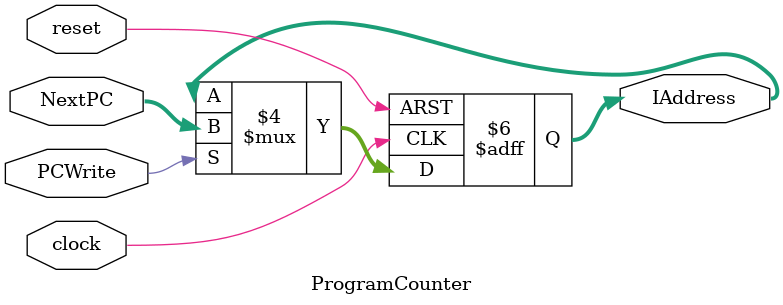
<source format=v>
`timescale 1ns / 1ps



module ProgramCounter #(parameter DIGIT = 32)(clock, reset, NextPC, PCWrite, IAddress);
	input clock;
	input reset;
	input      [DIGIT - 1 : 0] NextPC;
	input PCWrite;
	
	output reg [DIGIT - 1 : 0] IAddress;

	initial 
	begin
		IAddress = 'b0;
	end
	
	always @(posedge clock or posedge reset)
	begin 
		if(reset) 
			IAddress <= 'b0;
		else 
		begin
			if (PCWrite) 
				IAddress <= NextPC;
			else 
				IAddress <= IAddress;
		end
	end
endmodule

</source>
